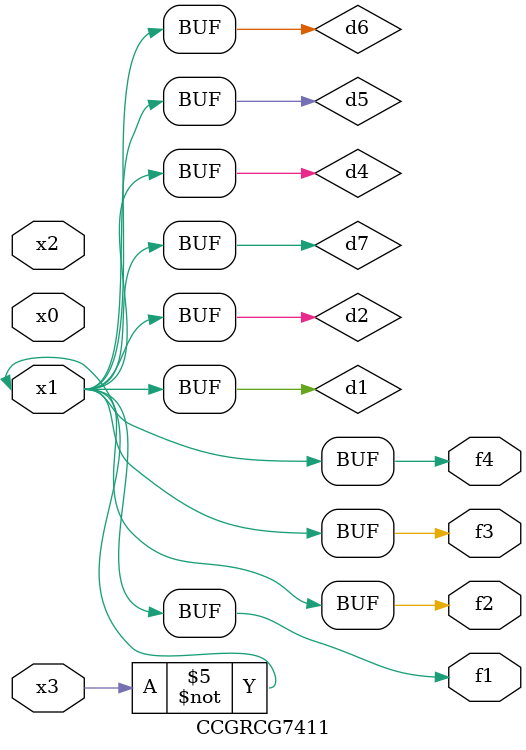
<source format=v>
module CCGRCG7411(
	input x0, x1, x2, x3,
	output f1, f2, f3, f4
);

	wire d1, d2, d3, d4, d5, d6, d7;

	not (d1, x3);
	buf (d2, x1);
	xnor (d3, d1, d2);
	nor (d4, d1);
	buf (d5, d1, d2);
	buf (d6, d4, d5);
	nand (d7, d4);
	assign f1 = d6;
	assign f2 = d7;
	assign f3 = d6;
	assign f4 = d6;
endmodule

</source>
